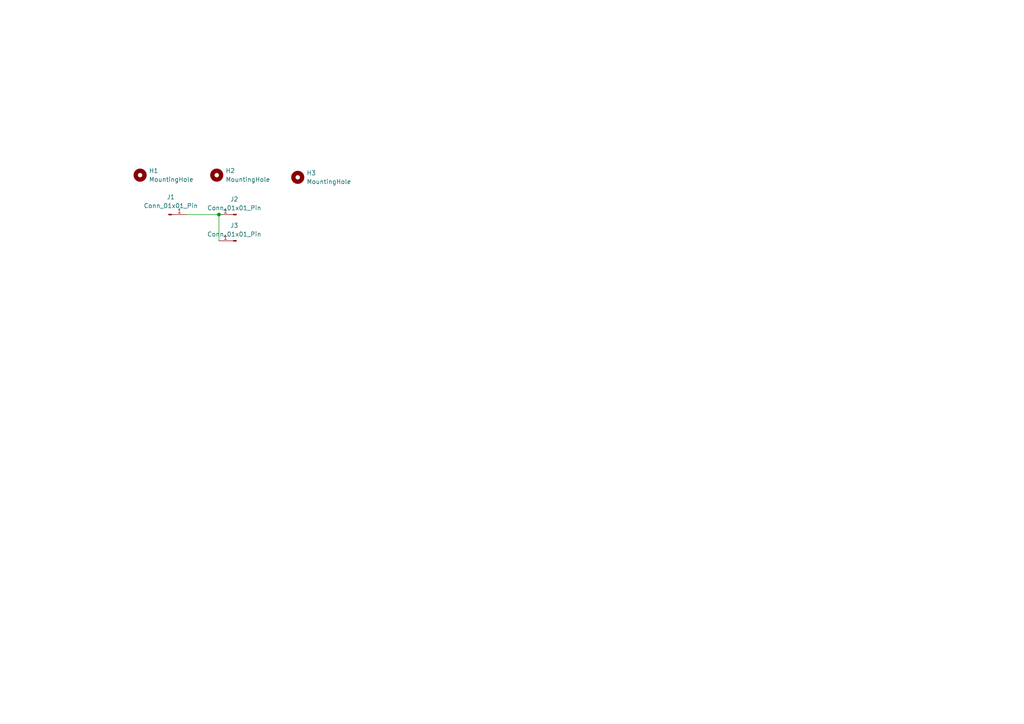
<source format=kicad_sch>
(kicad_sch (version 20230121) (generator eeschema)
  (paper "A4")
  (lib_symbols
    (symbol "Connector:Conn_01x01_Pin" (pin_names (offset 1.016) hide)
      (property "Reference" "J" (at 0 2.54 0))
      (property "Value" "Conn_01x01_Pin" (at 0 -2.54 0))
      (symbol "Conn_01x01_Pin_1_1"
        (polyline (pts (xy 1.27 0) (xy 0.8636 0)) (stroke (width 0.1524)))
        (rectangle (start 0.8636 0.127) (end 0 -0.127) (stroke (width 0.1524)) (fill (type outline)))
        (pin passive line (at 5.08 0 180) (length 3.81) (name "Pin_1") (number "1"))
      )
    )
    (symbol "Mechanical:MountingHole" (pin_names (offset 1.016))
      (property "Reference" "H" (at 0 5.08 0))
      (property "Value" "MountingHole" (at 0 3.175 0))
      (symbol "MountingHole_0_1"
        (circle (center 0 0) (radius 1.27) (stroke (width 1.27)))
      )
    )
  )
  (junction (at 63.5 62.23))
  (wire (pts (xy 63.5 62.23) (xy 63.5 69.85)))
  (wire (pts (xy 53.975 62.23) (xy 63.5 62.23)))
  (symbol (lib_id "Connector:Conn_01x01_Pin") (at 68.58 69.85 180) (unit 1)
    (property "Reference" "J3" (at 67.945 65.405 0))
    (property "Value" "Conn_01x01_Pin" (at 67.945 67.945 0))
    (property "Footprint" "Connector:Banana_Jack_1Pin" (effects hide))
  )
  (symbol (lib_id "Mechanical:MountingHole") (at 62.865 50.8 0) (unit 1)
    (property "Reference" "H2" (at 65.405 49.53 0) (effects (justify left)))
    (property "Value" "MountingHole" (at 65.405 52.07 0) (effects (justify left)))
    (property "Footprint" "Connector:Banana_Jack_1Pin" (effects hide))
  )
  (symbol (lib_id "Mechanical:MountingHole") (at 40.64 50.8 0) (unit 1)
    (property "Reference" "H1" (at 43.18 49.53 0) (effects (justify left)))
    (property "Value" "MountingHole" (at 43.18 52.07 0) (effects (justify left)))
    (property "Footprint" "Connector:Banana_Jack_1Pin" (effects hide))
  )
  (symbol (lib_id "Mechanical:MountingHole") (at 86.36 51.435 0) (unit 1)
    (property "Reference" "H3" (at 88.9 50.165 0) (effects (justify left)))
    (property "Value" "MountingHole" (at 88.9 52.705 0) (effects (justify left)))
    (property "Footprint" "Connector:Banana_Jack_1Pin" (effects hide))
  )
  (symbol (lib_id "Connector:Conn_01x01_Pin") (at 48.895 62.23 0) (unit 1)
    (property "Reference" "J1" (at 49.53 57.15 0))
    (property "Value" "Conn_01x01_Pin" (at 49.53 59.69 0))
    (property "Footprint" "Connector:Banana_Jack_1Pin" (effects hide))
  )
  (symbol (lib_id "Connector:Conn_01x01_Pin") (at 68.58 62.23 180) (unit 1)
    (property "Reference" "J2" (at 67.945 57.785 0))
    (property "Value" "Conn_01x01_Pin" (at 67.945 60.325 0))
    (property "Footprint" "Connector:Banana_Jack_1Pin" (effects hide))
  )
)
</source>
